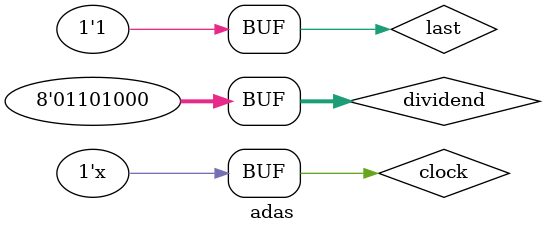
<source format=v>
`timescale 1ns / 1ps


module adas(

    );
    reg [0:7] dividend;
    reg last;
    reg clock;
always #5 clock=~clock;
     initial begin
    // Test 1
    clock=0;#10
    dividend =32'b01101000;
    
    #10;
    last=1;
end
    ds uut(.crc(dividend),.last(last),.clock(clock));
endmodule

</source>
